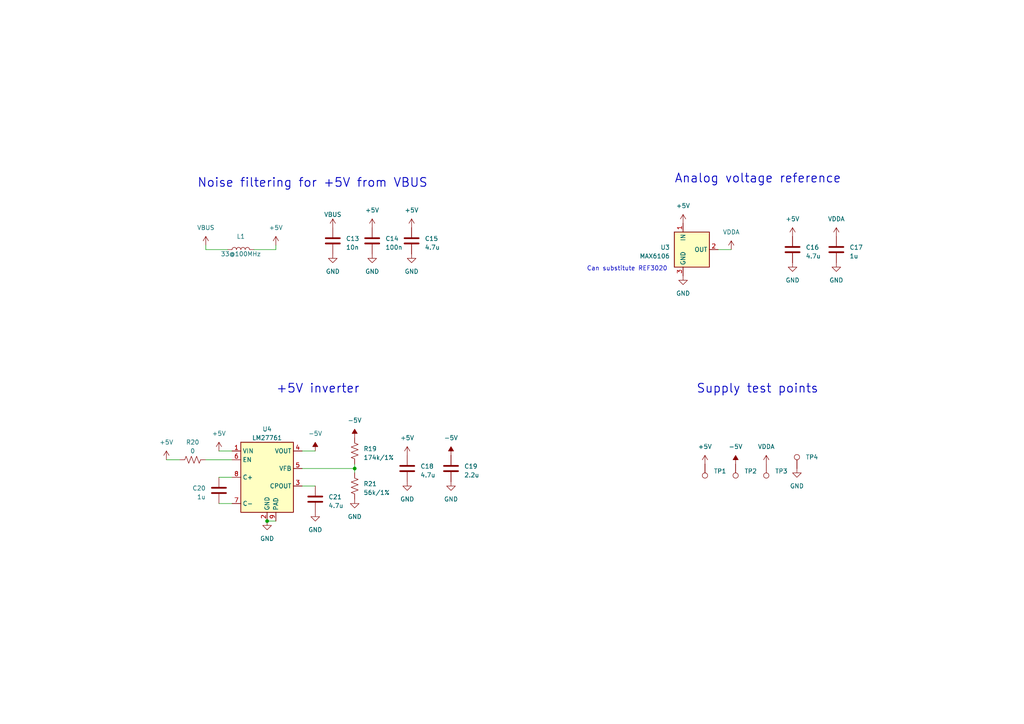
<source format=kicad_sch>
(kicad_sch (version 20230121) (generator eeschema)
  (paper "A4")
  (title_block (title "DSP PAW add-on board") (date "2023-09-04") (rev "2") (company "bitgloo") (comment 1 "Released under the CERN Open Hardware Licence Version 2 - Strongly Reciprocal"))
  (lib_symbols
    (symbol "Connector:TestPoint" (pin_numbers hide) (pin_names (offset 0.762) hide)
      (property "Reference" "TP" (at 0 6.858 0))
      (property "Value" "TestPoint" (at 0 5.08 0))
      (symbol "TestPoint_0_1"
        (circle (center 0 3.302) (radius 0.762))
      )
      (symbol "TestPoint_1_1"
        (pin passive line (at 0 0 90) (length 2.54) (name "1") (number "1"))
      )
    )
    (symbol "Device:C" (pin_numbers hide) (pin_names (offset 0.254))
      (property "Reference" "C" (at 0.635 2.54 0))
      (property "Value" "C" (at 0.635 -2.54 0))
      (symbol "C_0_1"
        (polyline (pts (xy -2.032 -0.762) (xy 2.032 -0.762)) (stroke (width 0.508)))
        (polyline (pts (xy -2.032 0.762) (xy 2.032 0.762)) (stroke (width 0.508)))
      )
      (symbol "C_1_1"
        (pin passive line (at 0 3.81 270) (length 2.794) (name "~") (number "1"))
        (pin passive line (at 0 -3.81 90) (length 2.794) (name "~") (number "2"))
      )
    )
    (symbol "Device:L" (pin_numbers hide) (pin_names (offset 1.016) hide)
      (property "Reference" "L" (at -1.27 0 90))
      (property "Value" "L" (at 1.905 0 90))
      (symbol "L_0_1"
        (arc (start 0 -2.54) (mid 0.6323 -1.905) (end 0 -1.27))
        (arc (start 0 -1.27) (mid 0.6323 -0.635) (end 0 0))
        (arc (start 0 0) (mid 0.6323 0.635) (end 0 1.27))
        (arc (start 0 1.27) (mid 0.6323 1.905) (end 0 2.54))
      )
      (symbol "L_1_1"
        (pin passive line (at 0 3.81 270) (length 1.27) (name "1") (number "1"))
        (pin passive line (at 0 -3.81 90) (length 1.27) (name "2") (number "2"))
      )
    )
    (symbol "Device:R_US" (pin_numbers hide) (pin_names (offset 0))
      (property "Reference" "R" (at 2.54 0 90))
      (property "Value" "R_US" (at -2.54 0 90))
      (symbol "R_US_0_1"
        (polyline (pts (xy 0 -2.286) (xy 0 -2.54)))
        (polyline (pts (xy 0 2.286) (xy 0 2.54)))
        (polyline (pts (xy 0 -0.762) (xy 1.016 -1.143) (xy 0 -1.524) (xy -1.016 -1.905) (xy 0 -2.286)))
        (polyline (pts (xy 0 0.762) (xy 1.016 0.381) (xy 0 0) (xy -1.016 -0.381) (xy 0 -0.762)))
        (polyline (pts (xy 0 2.286) (xy 1.016 1.905) (xy 0 1.524) (xy -1.016 1.143) (xy 0 0.762)))
      )
      (symbol "R_US_1_1"
        (pin passive line (at 0 3.81 270) (length 1.27) (name "~") (number "1"))
        (pin passive line (at 0 -3.81 90) (length 1.27) (name "~") (number "2"))
      )
    )
    (symbol "Reference_Voltage:MAX6106"
      (property "Reference" "U" (at 0 6.35 0))
      (property "Value" "MAX6106" (at 2.54 -6.35 0))
      (symbol "MAX6106_0_1"
        (rectangle (start -5.08 5.08) (end 5.08 -5.08) (stroke (width 0.254)) (fill (type background)))
      )
      (symbol "MAX6106_1_1"
        (pin power_in line (at -2.54 7.62 270) (length 2.54) (name "IN") (number "1"))
        (pin power_out line (at 7.62 0 180) (length 2.54) (name "OUT") (number "2"))
        (pin power_in line (at -2.54 -7.62 90) (length 2.54) (name "GND") (number "3"))
      )
    )
    (symbol "Regulator_SwitchedCapacitor:LM27761"
      (property "Reference" "U" (at -6.35 11.43 0))
      (property "Value" "LM27761" (at 3.302 11.43 0))
      (symbol "LM27761_0_1"
        (rectangle (start -7.62 10.16) (end 7.62 -10.16) (stroke (width 0.254)) (fill (type background)))
      )
      (symbol "LM27761_1_1"
        (pin power_in line (at -10.16 7.62 0) (length 2.54) (name "VIN") (number "1"))
        (pin power_in line (at 0 -12.7 90) (length 2.54) (name "GND") (number "2"))
        (pin power_out line (at 10.16 -2.54 180) (length 2.54) (name "CPOUT") (number "3"))
        (pin power_out line (at 10.16 7.62 180) (length 2.54) (name "VOUT") (number "4"))
        (pin input line (at 10.16 2.54 180) (length 2.54) (name "VFB") (number "5"))
        (pin input line (at -10.16 5.08 0) (length 2.54) (name "EN") (number "6"))
        (pin passive line (at -10.16 -7.62 0) (length 2.54) (name "C-") (number "7"))
        (pin passive line (at -10.16 0 0) (length 2.54) (name "C+") (number "8"))
        (pin power_in line (at 2.54 -12.7 90) (length 2.54) (name "PAD") (number "9"))
      )
    )
    (symbol "power:+5V" (power) (pin_names (offset 0))
      (property "Value" "+5V" (at 0 3.556 0))
      (symbol "+5V_0_1"
        (polyline (pts (xy -0.762 1.27) (xy 0 2.54)))
        (polyline (pts (xy 0 0) (xy 0 2.54)))
        (polyline (pts (xy 0 2.54) (xy 0.762 1.27)))
      )
      (symbol "+5V_1_1"
        (pin power_in line (at 0 0 90) (length 0) hide (name "+5V") (number "1"))
      )
    )
    (symbol "power:-5V" (power) (pin_names (offset 0))
      (property "Value" "-5V" (at 0 3.81 0))
      (symbol "-5V_0_0"
        (pin power_in line (at 0 0 90) (length 0) hide (name "-5V") (number "1"))
      )
      (symbol "-5V_0_1"
        (polyline (pts (xy 0 0) (xy 0 1.27) (xy 0.762 1.27) (xy 0 2.54) (xy -0.762 1.27) (xy 0 1.27)) (fill (type outline)))
      )
    )
    (symbol "power:GND" (power) (pin_names (offset 0))
      (property "Value" "GND" (at 0 -3.81 0))
      (symbol "GND_0_1"
        (polyline (pts (xy 0 0) (xy 0 -1.27) (xy 1.27 -1.27) (xy 0 -2.54) (xy -1.27 -1.27) (xy 0 -1.27)))
      )
      (symbol "GND_1_1"
        (pin power_in line (at 0 0 270) (length 0) hide (name "GND") (number "1"))
      )
    )
    (symbol "power:VBUS" (power) (pin_names (offset 0))
      (property "Value" "VBUS" (at 0 3.81 0))
      (symbol "VBUS_0_1"
        (polyline (pts (xy -0.762 1.27) (xy 0 2.54)))
        (polyline (pts (xy 0 0) (xy 0 2.54)))
        (polyline (pts (xy 0 2.54) (xy 0.762 1.27)))
      )
      (symbol "VBUS_1_1"
        (pin power_in line (at 0 0 90) (length 0) hide (name "VBUS") (number "1"))
      )
    )
    (symbol "power:VDDA" (power) (pin_names (offset 0))
      (property "Value" "VDDA" (at 0 3.81 0))
      (symbol "VDDA_0_1"
        (polyline (pts (xy -0.762 1.27) (xy 0 2.54)))
        (polyline (pts (xy 0 0) (xy 0 2.54)))
        (polyline (pts (xy 0 2.54) (xy 0.762 1.27)))
      )
      (symbol "VDDA_1_1"
        (pin power_in line (at 0 0 90) (length 0) hide (name "VDDA") (number "1"))
      )
    )
  )
  (junction (at 102.87 135.89))
  (junction (at 77.47 151.13))
  (wire (pts (xy 87.63 130.81) (xy 91.44 130.81)))
  (wire (pts (xy 59.69 71.12) (xy 59.69 72.39)))
  (wire (pts (xy 59.69 133.35) (xy 67.31 133.35)))
  (wire (pts (xy 102.87 135.89) (xy 102.87 137.16)))
  (wire (pts (xy 102.87 135.89) (xy 102.87 134.62)))
  (wire (pts (xy 48.26 133.35) (xy 52.07 133.35)))
  (wire (pts (xy 80.01 71.12) (xy 80.01 72.39)))
  (wire (pts (xy 87.63 135.89) (xy 102.87 135.89)))
  (wire (pts (xy 63.5 138.43) (xy 67.31 138.43)))
  (wire (pts (xy 63.5 130.81) (xy 67.31 130.81)))
  (wire (pts (xy 208.28 72.39) (xy 212.09 72.39)))
  (wire (pts (xy 63.5 146.05) (xy 67.31 146.05)))
  (wire (pts (xy 59.69 72.39) (xy 66.04 72.39)))
  (wire (pts (xy 87.63 140.97) (xy 91.44 140.97)))
  (wire (pts (xy 73.66 72.39) (xy 80.01 72.39)))
  (wire (pts (xy 77.47 151.13) (xy 80.01 151.13)))
  (text "Analog voltage reference" (at 195.58 53.34 0) (effects (font (size 2.54 2.54) (thickness 0.254) bold) (justify left bottom)))
  (text "+5V inverter" (at 80.01 114.3 0) (effects (font (size 2.54 2.54) (thickness 0.254) bold) (justify left bottom)))
  (text "Supply test points" (at 201.93 114.3 0) (effects (font (size 2.54 2.54) (thickness 0.254) bold) (justify left bottom)))
  (text "Can substitute REF3020" (at 170.18 78.74 0) (effects (font (size 1.27 1.27)) (justify left bottom)))
  (text "Noise filtering for +5V from VBUS" (at 57.15 54.61 0) (effects (font (size 2.54 2.54) (thickness 0.254) bold) (justify left bottom)))
  (symbol (lib_id "power:GND") (at 231.14 135.89 0) (unit 1)
    (property "Reference" "#PWR014" (effects hide))
    (property "Value" "GND" (at 231.14 140.97 0))
    (instances (project "stmdsp_rev3" (path "" (reference "#PWR014") (unit 1))) (project "DSP PAW add-on board" (path "" (reference "#PWR034") (unit 1)) (path "" (reference "#PWR040") (unit 1))))
  )
  (symbol (lib_id "power:-5V") (at 102.87 127 0) (unit 1)
    (property "Reference" "#PWR012" (effects hide))
    (property "Value" "-5V" (at 102.87 121.92 0))
    (instances (project "stmdsp_rev3" (path "" (reference "#PWR012") (unit 1))) (project "DSP PAW add-on board" (path "" (reference "#PWR032") (unit 1)) (path "" (reference "#PWR031") (unit 1))))
  )
  (symbol (lib_id "Connector:TestPoint") (at 204.47 134.62 180) (unit 1)
    (property "Reference" "TP1" (at 207.01 136.6519 0) (effects (justify right)))
    (property "Value" "TestPoint" (effects hide))
    (property "Footprint" "TestPoint:TestPoint_Pad_D1.0mm" (effects hide))
    (property "DNP" "T" (effects hide))
  )
  (symbol (lib_id "Device:C") (at 118.11 135.89 0) (unit 1)
    (property "Reference" "C18" (at 121.92 135.255 0) (effects (justify left)))
    (property "Value" "4.7u" (at 121.92 137.795 0) (effects (justify left)))
    (property "Footprint" "Capacitor_SMD:C_0603_1608Metric" (effects hide))
    (property "Part Number" "CL10A475KP8NNNC" (effects hide))
    (property "LCSC Part #" "C19666" (effects hide))
  )
  (symbol (lib_id "power:+5V") (at 63.5 130.81 0) (unit 1)
    (property "Reference" "#PWR011" (effects hide))
    (property "Value" "+5V" (at 63.5 125.73 0))
    (instances (project "stmdsp_rev3" (path "" (reference "#PWR011") (unit 1))) (project "DSP PAW add-on board" (path "" (reference "#PWR030") (unit 1)) (path "" (reference "#PWR032") (unit 1))))
  )
  (symbol (lib_id "power:+5V") (at 48.26 133.35 0) (unit 1)
    (property "Reference" "#PWR011" (effects hide))
    (property "Value" "+5V" (at 48.26 128.27 0))
    (instances (project "stmdsp_rev3" (path "" (reference "#PWR011") (unit 1))) (project "DSP PAW add-on board" (path "" (reference "#PWR030") (unit 1)) (path "" (reference "#PWR036") (unit 1))))
  )
  (symbol (lib_id "Device:C") (at 63.5 142.24 0) (mirror y) (unit 1)
    (property "Reference" "C20" (at 59.69 141.605 0) (effects (justify left)))
    (property "Value" "1u" (at 59.69 144.145 0) (effects (justify left)))
    (property "Footprint" "Capacitor_SMD:C_0603_1608Metric" (effects hide))
    (property "Part Number" "CL10B105KP8NNNC" (effects hide))
    (property "LCSC Part #" "C15849" (effects hide))
  )
  (symbol (lib_id "Connector:TestPoint") (at 231.14 135.89 0) (unit 1)
    (property "Reference" "TP4" (at 233.68 132.5879 0) (effects (justify left)))
    (property "Value" "TestPoint" (effects hide))
    (property "Footprint" "TestPoint:TestPoint_Pad_D1.0mm" (effects hide))
    (property "DNP" "T" (effects hide))
  )
  (symbol (lib_id "Device:C") (at 242.57 72.39 0) (unit 1)
    (property "Reference" "C17" (at 246.38 71.755 0) (effects (justify left)))
    (property "Value" "1u" (at 246.38 74.295 0) (effects (justify left)))
    (property "Footprint" "Capacitor_SMD:C_0603_1608Metric" (effects hide))
    (property "Part Number" "CL10B105KP8NNNC" (effects hide))
    (property "LCSC Part #" "C15849" (effects hide))
  )
  (symbol (lib_id "Reference_Voltage:MAX6106") (at 200.66 72.39 0) (unit 1)
    (property "Reference" "U3" (at 194.31 71.755 0) (effects (justify right)))
    (property "Value" "MAX6106" (at 194.31 74.295 0) (effects (justify right)))
    (property "Footprint" "Package_TO_SOT_SMD:SOT-23" (effects hide))
    (property "Datasheet" "http://datasheets.maximintegrated.com/en/ds/MAX6100-MAX6107.pdf" (effects hide))
    (property "Part Number" "REF3020AIDBZR" (effects hide))
    (property "LCSC Part #" "C26804" (effects hide))
  )
  (symbol (lib_id "power:GND") (at 119.38 73.66 0) (unit 1)
    (property "Reference" "#PWR038" (effects hide))
    (property "Value" "GND" (at 119.38 78.74 0))
    (instances (project "stmdsp_rev3" (path "" (reference "#PWR038") (unit 1))) (project "DSP PAW add-on board" (path "" (reference "#PWR060") (unit 1)) (path "" (reference "#PWR027") (unit 1))))
  )
  (symbol (lib_id "power:GND") (at 77.47 151.13 0) (unit 1)
    (property "Reference" "#PWR014" (effects hide))
    (property "Value" "GND" (at 77.47 156.21 0))
    (instances (project "stmdsp_rev3" (path "" (reference "#PWR014") (unit 1))) (project "DSP PAW add-on board" (path "" (reference "#PWR034") (unit 1)) (path "" (reference "#PWR045") (unit 1))))
  )
  (symbol (lib_id "Device:R_US") (at 102.87 130.81 0) (unit 1)
    (property "Reference" "R19" (at 105.41 130.175 0) (effects (justify left)))
    (property "Value" "174k/1%" (at 105.41 132.715 0) (effects (justify left)))
    (property "Footprint" "Resistor_SMD:R_0603_1608Metric" (effects hide))
    (property "Part Number" "RMCF0603FT174K" (effects hide))
    (property "LCSC Part #" "C482778" (effects hide))
  )
  (symbol (lib_id "Device:C") (at 91.44 144.78 0) (unit 1)
    (property "Reference" "C21" (at 95.25 144.145 0) (effects (justify left)))
    (property "Value" "4.7u" (at 95.25 146.685 0) (effects (justify left)))
    (property "Footprint" "Capacitor_SMD:C_0603_1608Metric" (effects hide))
    (property "Part Number" "CL10A475KP8NNNC" (effects hide))
    (property "LCSC Part #" "C19666" (effects hide))
  )
  (symbol (lib_id "power:VDDA") (at 222.25 134.62 0) (unit 1)
    (property "Reference" "#PWR013" (effects hide))
    (property "Value" "VDDA" (at 222.25 129.54 0))
    (instances (project "stmdsp_rev3" (path "" (reference "#PWR013") (unit 1))) (project "DSP PAW add-on board" (path "" (reference "#PWR033") (unit 1)) (path "" (reference "#PWR039") (unit 1))))
  )
  (symbol (lib_id "Connector:TestPoint") (at 213.36 134.62 180) (unit 1)
    (property "Reference" "TP2" (at 215.9 136.6519 0) (effects (justify right)))
    (property "Value" "TestPoint" (effects hide))
    (property "Footprint" "TestPoint:TestPoint_Pad_D1.0mm" (effects hide))
    (property "DNP" "T" (effects hide))
  )
  (symbol (lib_id "Device:C") (at 130.81 135.89 0) (unit 1)
    (property "Reference" "C19" (at 134.62 135.255 0) (effects (justify left)))
    (property "Value" "2.2u" (at 134.62 137.795 0) (effects (justify left)))
    (property "Footprint" "Capacitor_SMD:C_0603_1608Metric" (effects hide))
    (property "Part Number" "CL10B225KP8NNNC" (effects hide))
    (property "LCSC Part #" "C23630" (effects hide))
  )
  (symbol (lib_id "power:+5V") (at 80.01 71.12 0) (unit 1)
    (property "Reference" "#PWR033" (effects hide))
    (property "Value" "+5V" (at 80.01 66.04 0))
    (instances (project "stmdsp_rev3" (path "" (reference "#PWR033") (unit 1))) (project "DSP PAW add-on board" (path "" (reference "#PWR045") (unit 1)) (path "" (reference "#PWR023") (unit 1))))
  )
  (symbol (lib_id "power:GND") (at 96.52 73.66 0) (unit 1)
    (property "Reference" "#PWR038" (effects hide))
    (property "Value" "GND" (at 96.52 78.74 0))
    (instances (project "stmdsp_rev3" (path "" (reference "#PWR038") (unit 1))) (project "DSP PAW add-on board" (path "" (reference "#PWR058") (unit 1)) (path "" (reference "#PWR025") (unit 1))))
  )
  (symbol (lib_id "power:+5V") (at 229.87 68.58 0) (unit 1)
    (property "Reference" "#PWR011" (effects hide))
    (property "Value" "+5V" (at 229.87 63.5 0))
    (instances (project "stmdsp_rev3" (path "" (reference "#PWR011") (unit 1))) (project "DSP PAW add-on board" (path "" (reference "#PWR030") (unit 1)) (path "" (reference "#PWR020") (unit 1))))
  )
  (symbol (lib_id "Device:R_US") (at 55.88 133.35 90) (unit 1)
    (property "Reference" "R20" (at 55.88 128.27 90))
    (property "Value" "0" (at 55.88 130.81 90))
    (property "Footprint" "Resistor_SMD:R_0603_1608Metric" (effects hide))
    (property "Part Number" "RMCF0603ZT0R00" (effects hide))
    (property "LCSC Part #" "C21189" (effects hide))
  )
  (symbol (lib_id "power:+5V") (at 118.11 132.08 0) (unit 1)
    (property "Reference" "#PWR011" (effects hide))
    (property "Value" "+5V" (at 118.11 127 0))
    (instances (project "stmdsp_rev3" (path "" (reference "#PWR011") (unit 1))) (project "DSP PAW add-on board" (path "" (reference "#PWR030") (unit 1)) (path "" (reference "#PWR034") (unit 1))))
  )
  (symbol (lib_id "Device:C") (at 229.87 72.39 0) (unit 1)
    (property "Reference" "C16" (at 233.68 71.755 0) (effects (justify left)))
    (property "Value" "4.7u" (at 233.68 74.295 0) (effects (justify left)))
    (property "Footprint" "Capacitor_SMD:C_0603_1608Metric" (effects hide))
    (property "Part Number" "CL10A475KP8NNNC" (effects hide))
    (property "LCSC Part #" "C19666" (effects hide))
  )
  (symbol (lib_id "power:VDDA") (at 212.09 72.39 0) (unit 1)
    (property "Reference" "#PWR013" (effects hide))
    (property "Value" "VDDA" (at 212.09 67.31 0))
    (instances (project "stmdsp_rev3" (path "" (reference "#PWR013") (unit 1))) (project "DSP PAW add-on board" (path "" (reference "#PWR033") (unit 1)) (path "" (reference "#PWR024") (unit 1))))
  )
  (symbol (lib_id "Connector:TestPoint") (at 222.25 134.62 180) (unit 1)
    (property "Reference" "TP3" (at 224.79 136.6519 0) (effects (justify right)))
    (property "Value" "TestPoint" (effects hide))
    (property "Footprint" "TestPoint:TestPoint_Pad_D1.0mm" (effects hide))
    (property "DNP" "T" (effects hide))
  )
  (symbol (lib_id "Device:C") (at 119.38 69.85 0) (unit 1)
    (property "Reference" "C15" (at 123.19 69.215 0) (effects (justify left)))
    (property "Value" "4.7u" (at 123.19 71.755 0) (effects (justify left)))
    (property "Footprint" "Capacitor_SMD:C_0603_1608Metric" (effects hide))
    (property "Part Number" "CL10A475KP8NNNC" (effects hide))
    (property "LCSC Part #" "C19666" (effects hide))
  )
  (symbol (lib_id "Device:R_US") (at 102.87 140.97 0) (unit 1)
    (property "Reference" "R21" (at 105.41 140.335 0) (effects (justify left)))
    (property "Value" "56k/1%" (at 105.41 142.875 0) (effects (justify left)))
    (property "Footprint" "Resistor_SMD:R_0603_1608Metric" (effects hide))
    (property "Part Number" "RMCF0603FT56K0" (effects hide))
    (property "LCSC Part #" "C5140721" (effects hide))
  )
  (symbol (lib_id "Device:C") (at 107.95 69.85 0) (unit 1)
    (property "Reference" "C14" (at 111.76 69.215 0) (effects (justify left)))
    (property "Value" "100n" (at 111.76 71.755 0) (effects (justify left)))
    (property "Footprint" "Capacitor_SMD:C_0603_1608Metric" (effects hide))
    (property "Part Number" "CL10B104KB8NNWC" (effects hide))
    (property "LCSC Part #" "C14663" (effects hide))
  )
  (symbol (lib_id "Regulator_SwitchedCapacitor:LM27761") (at 77.47 138.43 0) (unit 1)
    (property "Reference" "U4" (at 77.47 124.46 0))
    (property "Value" "LM27761" (at 77.47 127 0))
    (property "Footprint" "Package_SON:WSON-8-1EP_2x2mm_P0.5mm_EP0.9x1.6mm" (effects hide))
    (property "Datasheet" "http://www.ti.com/lit/ds/symlink/lm27761.pdf" (effects hide))
    (property "Part Number" "LM27761DSGR" (effects hide))
    (property "LCSC Part #" "C129351" (effects hide))
  )
  (symbol (lib_id "power:-5V") (at 130.81 132.08 0) (unit 1)
    (property "Reference" "#PWR012" (effects hide))
    (property "Value" "-5V" (at 130.81 127 0))
    (instances (project "stmdsp_rev3" (path "" (reference "#PWR012") (unit 1))) (project "DSP PAW add-on board" (path "" (reference "#PWR032") (unit 1)) (path "" (reference "#PWR035") (unit 1))))
  )
  (symbol (lib_id "power:+5V") (at 119.38 66.04 0) (unit 1)
    (property "Reference" "#PWR033" (effects hide))
    (property "Value" "+5V" (at 119.38 60.96 0))
    (instances (project "stmdsp_rev3" (path "" (reference "#PWR033") (unit 1))) (project "DSP PAW add-on board" (path "" (reference "#PWR063") (unit 1)) (path "" (reference "#PWR019") (unit 1))))
  )
  (symbol (lib_id "power:GND") (at 91.44 148.59 0) (unit 1)
    (property "Reference" "#PWR014" (effects hide))
    (property "Value" "GND" (at 91.44 153.67 0))
    (instances (project "stmdsp_rev3" (path "" (reference "#PWR014") (unit 1))) (project "DSP PAW add-on board" (path "" (reference "#PWR034") (unit 1)) (path "" (reference "#PWR044") (unit 1))))
  )
  (symbol (lib_id "power:GND") (at 130.81 139.7 0) (unit 1)
    (property "Reference" "#PWR014" (effects hide))
    (property "Value" "GND" (at 130.81 144.78 0))
    (instances (project "stmdsp_rev3" (path "" (reference "#PWR014") (unit 1))) (project "DSP PAW add-on board" (path "" (reference "#PWR034") (unit 1)) (path "" (reference "#PWR042") (unit 1))))
  )
  (symbol (lib_id "power:VBUS") (at 96.52 66.04 0) (unit 1)
    (property "Reference" "#PWR061" (effects hide))
    (property "Value" "VBUS" (at 96.52 62.23 0))
    (instances (project "DSP PAW add-on board" (path "" (reference "#PWR061") (unit 1)) (path "" (reference "#PWR047") (unit 1))))
  )
  (symbol (lib_id "power:+5V") (at 198.12 64.77 0) (unit 1)
    (property "Reference" "#PWR011" (effects hide))
    (property "Value" "+5V" (at 198.12 59.69 0))
    (instances (project "stmdsp_rev3" (path "" (reference "#PWR011") (unit 1))) (project "DSP PAW add-on board" (path "" (reference "#PWR030") (unit 1)) (path "" (reference "#PWR016") (unit 1))))
  )
  (symbol (lib_id "power:GND") (at 198.12 80.01 0) (unit 1)
    (property "Reference" "#PWR014" (effects hide))
    (property "Value" "GND" (at 198.12 85.09 0))
    (instances (project "stmdsp_rev3" (path "" (reference "#PWR014") (unit 1))) (project "DSP PAW add-on board" (path "" (reference "#PWR034") (unit 1)) (path "" (reference "#PWR030") (unit 1))))
  )
  (symbol (lib_id "power:+5V") (at 204.47 134.62 0) (unit 1)
    (property "Reference" "#PWR011" (effects hide))
    (property "Value" "+5V" (at 204.47 129.54 0))
    (instances (project "stmdsp_rev3" (path "" (reference "#PWR011") (unit 1))) (project "DSP PAW add-on board" (path "" (reference "#PWR030") (unit 1)) (path "" (reference "#PWR037") (unit 1))))
  )
  (symbol (lib_id "power:GND") (at 102.87 144.78 0) (unit 1)
    (property "Reference" "#PWR014" (effects hide))
    (property "Value" "GND" (at 102.87 149.86 0))
    (instances (project "stmdsp_rev3" (path "" (reference "#PWR014") (unit 1))) (project "DSP PAW add-on board" (path "" (reference "#PWR034") (unit 1)) (path "" (reference "#PWR043") (unit 1))))
  )
  (symbol (lib_id "power:GND") (at 118.11 139.7 0) (unit 1)
    (property "Reference" "#PWR014" (effects hide))
    (property "Value" "GND" (at 118.11 144.78 0))
    (instances (project "stmdsp_rev3" (path "" (reference "#PWR014") (unit 1))) (project "DSP PAW add-on board" (path "" (reference "#PWR034") (unit 1)) (path "" (reference "#PWR041") (unit 1))))
  )
  (symbol (lib_id "power:GND") (at 242.57 76.2 0) (unit 1)
    (property "Reference" "#PWR014" (effects hide))
    (property "Value" "GND" (at 242.57 81.28 0))
    (instances (project "stmdsp_rev3" (path "" (reference "#PWR014") (unit 1))) (project "DSP PAW add-on board" (path "" (reference "#PWR034") (unit 1)) (path "" (reference "#PWR029") (unit 1))))
  )
  (symbol (lib_id "Device:L") (at 69.85 72.39 90) (unit 1)
    (property "Reference" "L1" (at 69.85 68.58 90))
    (property "Value" "33@100MHz" (at 69.85 73.66 90))
    (property "Footprint" "Inductor_SMD:L_0603_1608Metric" (effects hide))
    (property "Part Number" "BLM18PG330SN1D" (effects hide))
    (property "LCSC Part #" "C88984" (effects hide))
  )
  (symbol (lib_id "power:VDDA") (at 242.57 68.58 0) (unit 1)
    (property "Reference" "#PWR013" (effects hide))
    (property "Value" "VDDA" (at 242.57 63.5 0))
    (instances (project "stmdsp_rev3" (path "" (reference "#PWR013") (unit 1))) (project "DSP PAW add-on board" (path "" (reference "#PWR033") (unit 1)) (path "" (reference "#PWR021") (unit 1))))
  )
  (symbol (lib_id "power:-5V") (at 91.44 130.81 0) (unit 1)
    (property "Reference" "#PWR012" (effects hide))
    (property "Value" "-5V" (at 91.44 125.73 0))
    (instances (project "stmdsp_rev3" (path "" (reference "#PWR012") (unit 1))) (project "DSP PAW add-on board" (path "" (reference "#PWR032") (unit 1)) (path "" (reference "#PWR033") (unit 1))))
  )
  (symbol (lib_id "power:+5V") (at 107.95 66.04 0) (unit 1)
    (property "Reference" "#PWR033" (effects hide))
    (property "Value" "+5V" (at 107.95 60.96 0))
    (instances (project "stmdsp_rev3" (path "" (reference "#PWR033") (unit 1))) (project "DSP PAW add-on board" (path "" (reference "#PWR062") (unit 1)) (path "" (reference "#PWR018") (unit 1))))
  )
  (symbol (lib_id "Device:C") (at 96.52 69.85 0) (unit 1)
    (property "Reference" "C13" (at 100.33 69.215 0) (effects (justify left)))
    (property "Value" "10n" (at 100.33 71.755 0) (effects (justify left)))
    (property "Footprint" "Capacitor_SMD:C_0603_1608Metric" (effects hide))
    (property "Part Number" "CC0603KRX7R9BB103" (effects hide))
    (property "LCSC Part #" "C57112" (effects hide))
  )
  (symbol (lib_id "power:-5V") (at 213.36 134.62 0) (unit 1)
    (property "Reference" "#PWR012" (effects hide))
    (property "Value" "-5V" (at 213.36 129.54 0))
    (instances (project "stmdsp_rev3" (path "" (reference "#PWR012") (unit 1))) (project "DSP PAW add-on board" (path "" (reference "#PWR032") (unit 1)) (path "" (reference "#PWR038") (unit 1))))
  )
  (symbol (lib_id "power:GND") (at 229.87 76.2 0) (unit 1)
    (property "Reference" "#PWR014" (effects hide))
    (property "Value" "GND" (at 229.87 81.28 0))
    (instances (project "stmdsp_rev3" (path "" (reference "#PWR014") (unit 1))) (project "DSP PAW add-on board" (path "" (reference "#PWR034") (unit 1)) (path "" (reference "#PWR028") (unit 1))))
  )
  (symbol (lib_id "power:GND") (at 107.95 73.66 0) (unit 1)
    (property "Reference" "#PWR038" (effects hide))
    (property "Value" "GND" (at 107.95 78.74 0))
    (instances (project "stmdsp_rev3" (path "" (reference "#PWR038") (unit 1))) (project "DSP PAW add-on board" (path "" (reference "#PWR059") (unit 1)) (path "" (reference "#PWR026") (unit 1))))
  )
  (symbol (lib_id "power:VBUS") (at 59.69 71.12 0) (unit 1)
    (property "Reference" "#PWR061" (effects hide))
    (property "Value" "VBUS" (at 59.69 66.04 0))
    (instances (project "DSP PAW add-on board" (path "" (reference "#PWR061") (unit 1)) (path "" (reference "#PWR051") (unit 1))))
  )
)
</source>
